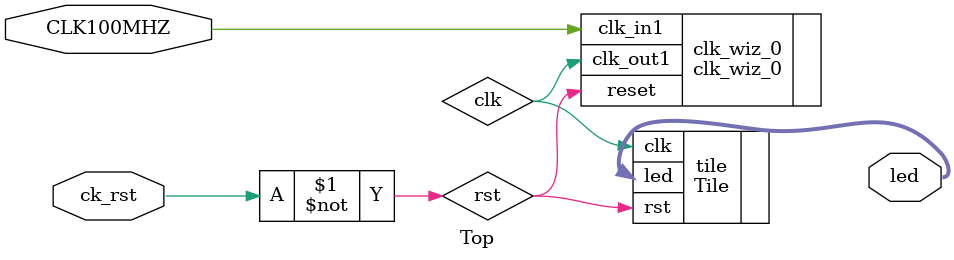
<source format=v>


module Top (
  input CLK100MHZ,
  input ck_rst,

  output [3:0] led
);

  wire clk;
  wire rst;

  assign rst = ~ck_rst;
  
  clk_wiz_0 clk_wiz_0 (
    .clk_out1(clk),
    .reset(rst),
    .clk_in1(CLK100MHZ)
 );

  Tile tile (
    .clk(clk),
    .rst(rst),

    // .io_interrupt(io_interrupt),
    // .io_hart_id(io_hart_id),
    // .io_reset_vector(io_reset_vector),

    .led(led)
  );


endmodule


</source>
